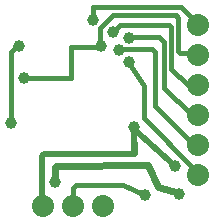
<source format=gbr>
%TF.GenerationSoftware,KiCad,Pcbnew,8.0.8+dfsg-1*%
%TF.CreationDate,2025-02-13T13:44:32+01:00*%
%TF.ProjectId,DigiKitkat,44696769-4b69-4746-9b61-742e6b696361,rev?*%
%TF.SameCoordinates,Original*%
%TF.FileFunction,Copper,L2,Bot*%
%TF.FilePolarity,Positive*%
%FSLAX46Y46*%
G04 Gerber Fmt 4.6, Leading zero omitted, Abs format (unit mm)*
G04 Created by KiCad (PCBNEW 8.0.8+dfsg-1) date 2025-02-13 13:44:32*
%MOMM*%
%LPD*%
G01*
G04 APERTURE LIST*
%TA.AperFunction,ComponentPad*%
%ADD10C,1.869000*%
%TD*%
%TA.AperFunction,ViaPad*%
%ADD11C,1.000000*%
%TD*%
%TA.AperFunction,Conductor*%
%ADD12C,0.500000*%
%TD*%
%TA.AperFunction,Conductor*%
%ADD13C,0.400000*%
%TD*%
%TA.AperFunction,Conductor*%
%ADD14C,0.600000*%
%TD*%
G04 APERTURE END LIST*
D10*
%TO.P,J2,1*%
%TO.N,VIN*%
X151914300Y-112762500D03*
%TO.P,J2,2*%
%TO.N,GND*%
X149374300Y-112762500D03*
%TO.P,J2,3*%
%TO.N,VCC5V*%
X146834300Y-112762500D03*
%TD*%
%TO.P,J1,1*%
%TO.N,NetJ1_1*%
X159978730Y-97507560D03*
%TO.P,J1,2*%
%TO.N,D_P*%
X159978730Y-100047560D03*
%TO.P,J1,3*%
%TO.N,D_N*%
X159978730Y-102587560D03*
%TO.P,J1,4*%
%TO.N,NetJ1_4*%
X159978730Y-105127560D03*
%TO.P,J1,5*%
%TO.N,MISO*%
X159978730Y-107667560D03*
%TO.P,J1,6*%
%TO.N,NetJ1_6*%
X159978730Y-110207560D03*
%TD*%
D11*
%TO.N,NetCN1_2*%
X144775100Y-99222000D03*
%TO.N,GND*%
X155481400Y-111867600D03*
%TO.N,NetCN1_1*%
X158383300Y-111770300D03*
%TO.N,NetCN1_2*%
X144124700Y-105799200D03*
%TO.N,D_P*%
X145235000Y-101984600D03*
%TO.N,NetCN1_1*%
X147879100Y-110747900D03*
%TO.N,VCC5V*%
X154573300Y-106062500D03*
X157986400Y-109389000D03*
%TO.N,NetJ1_1*%
X151041100Y-97046200D03*
%TO.N,NetJ1_6*%
X154097100Y-100578400D03*
%TO.N,MISO*%
X153303300Y-99586200D03*
%TO.N,D_N*%
X152787400Y-98078100D03*
%TO.N,D_P*%
X151755500Y-99268700D03*
%TO.N,NetJ1_4*%
X154136700Y-98554300D03*
%TD*%
D12*
%TO.N,VCC5V*%
X154573300Y-108357200D02*
X154613000Y-108357200D01*
X154573300Y-106372800D02*
X154573300Y-106062500D01*
X154573300Y-108357200D02*
X154573300Y-106372800D01*
X146913600Y-108357200D02*
X154573300Y-108357200D01*
D13*
%TO.N,GND*%
X149374300Y-112643400D02*
X149374300Y-111254300D01*
D12*
%TO.N,VCC5V*%
X154573300Y-106372800D02*
X154593000Y-106390210D01*
X154593000Y-106390210D02*
X157986400Y-109389000D01*
D13*
%TO.N,D_P*%
X151636400Y-99348100D02*
X151636400Y-97760600D01*
%TO.N,MISO*%
X153303300Y-99506900D02*
X156081400Y-99506900D01*
%TO.N,NetJ1_4*%
X154097100Y-98475000D02*
X156676700Y-98475000D01*
%TO.N,NetJ1_1*%
X151080800Y-97085900D02*
X151080800Y-95974700D01*
%TO.N,NetCN1_2*%
X144097210Y-99756320D02*
X144631520Y-99222000D01*
X144097210Y-105771710D02*
X144097210Y-99756320D01*
X144631520Y-99222000D02*
X144775100Y-99222000D01*
D14*
%TO.N,NetCN1_1*%
X156557700Y-111175000D02*
X158383300Y-111730600D01*
X155684600Y-109349300D02*
X156557700Y-111175000D01*
X147905800Y-109428700D02*
X155684600Y-109349300D01*
X147866100Y-109468400D02*
X147905800Y-109428700D01*
X147866100Y-110738400D02*
X147866100Y-109468400D01*
D12*
%TO.N,VCC5V*%
X146715200Y-112722800D02*
X146794600Y-112802200D01*
X146715200Y-112722800D02*
X146715200Y-108555600D01*
X146715200Y-108555600D02*
X146913600Y-108357200D01*
X154573300Y-106372800D02*
X154613000Y-108357200D01*
D13*
%TO.N,GND*%
X149374300Y-111254300D02*
X149612400Y-111016200D01*
X149612400Y-111016200D02*
X153581100Y-111016200D01*
X153581100Y-111016200D02*
X155446400Y-111889300D01*
%TO.N,MISO*%
X156319600Y-104309000D02*
X159454900Y-107444300D01*
X156319600Y-104309000D02*
X156319600Y-99745000D01*
X156081400Y-99506900D02*
X156319600Y-99745000D01*
%TO.N,NetJ1_4*%
X159573900Y-105023400D02*
X159693000Y-105142500D01*
X159375500Y-105023400D02*
X159573900Y-105023400D01*
X157113300Y-102761200D02*
X159375500Y-105023400D01*
X157113300Y-102761200D02*
X157113300Y-98911500D01*
X156676700Y-98475000D02*
X157113300Y-98911500D01*
%TO.N,D_N*%
X159097700Y-102562800D02*
X159613600Y-102562800D01*
X157708600Y-101173700D02*
X159097700Y-102562800D01*
X157708600Y-101173700D02*
X157708600Y-97641500D01*
X157510200Y-97443100D02*
X157708600Y-97641500D01*
X153343000Y-97443100D02*
X157510200Y-97443100D01*
X152827100Y-97959000D02*
X153343000Y-97443100D01*
X152827100Y-97998700D02*
X152827100Y-97959000D01*
%TO.N,D_P*%
X158462700Y-99824300D02*
X159812100Y-99824300D01*
X158303900Y-99665600D02*
X158462700Y-99824300D01*
X158303900Y-99665600D02*
X158303900Y-96887500D01*
X158065800Y-96649300D02*
X158303900Y-96887500D01*
X152747700Y-96649300D02*
X158065800Y-96649300D01*
%TO.N,NetJ1_1*%
X159494600Y-97125600D02*
X159693000Y-97324000D01*
X159494600Y-97125600D02*
X159494600Y-96966900D01*
X158502400Y-95974700D02*
X159494600Y-96966900D01*
X151080800Y-95974700D02*
X158502400Y-95974700D01*
%TO.N,NetJ1_6*%
X154097100Y-100657800D02*
X155367100Y-102642200D01*
X155367100Y-105380600D02*
X155367100Y-102642200D01*
X155367100Y-105380600D02*
X159693000Y-109706500D01*
X159693000Y-109706500D02*
X159851700Y-109706500D01*
%TO.N,D_P*%
X151636400Y-97760600D02*
X152708000Y-96689000D01*
X149215500Y-99348100D02*
X151636400Y-99348100D01*
X149175800Y-99387800D02*
X149215500Y-99348100D01*
X149175800Y-101967500D02*
X149175800Y-99387800D01*
X145326100Y-101967500D02*
X149175800Y-101967500D01*
%TD*%
M02*

</source>
